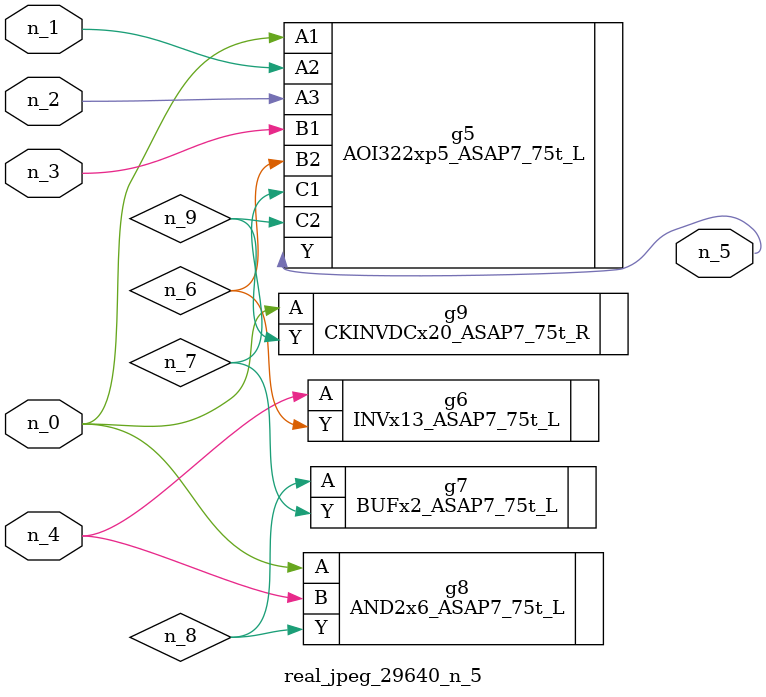
<source format=v>
module real_jpeg_29640_n_5 (n_4, n_0, n_1, n_2, n_3, n_5);

input n_4;
input n_0;
input n_1;
input n_2;
input n_3;

output n_5;

wire n_8;
wire n_6;
wire n_7;
wire n_9;

AOI322xp5_ASAP7_75t_L g5 ( 
.A1(n_0),
.A2(n_1),
.A3(n_2),
.B1(n_3),
.B2(n_6),
.C1(n_7),
.C2(n_9),
.Y(n_5)
);

AND2x6_ASAP7_75t_L g8 ( 
.A(n_0),
.B(n_4),
.Y(n_8)
);

CKINVDCx20_ASAP7_75t_R g9 ( 
.A(n_0),
.Y(n_9)
);

INVx13_ASAP7_75t_L g6 ( 
.A(n_4),
.Y(n_6)
);

BUFx2_ASAP7_75t_L g7 ( 
.A(n_8),
.Y(n_7)
);


endmodule
</source>
